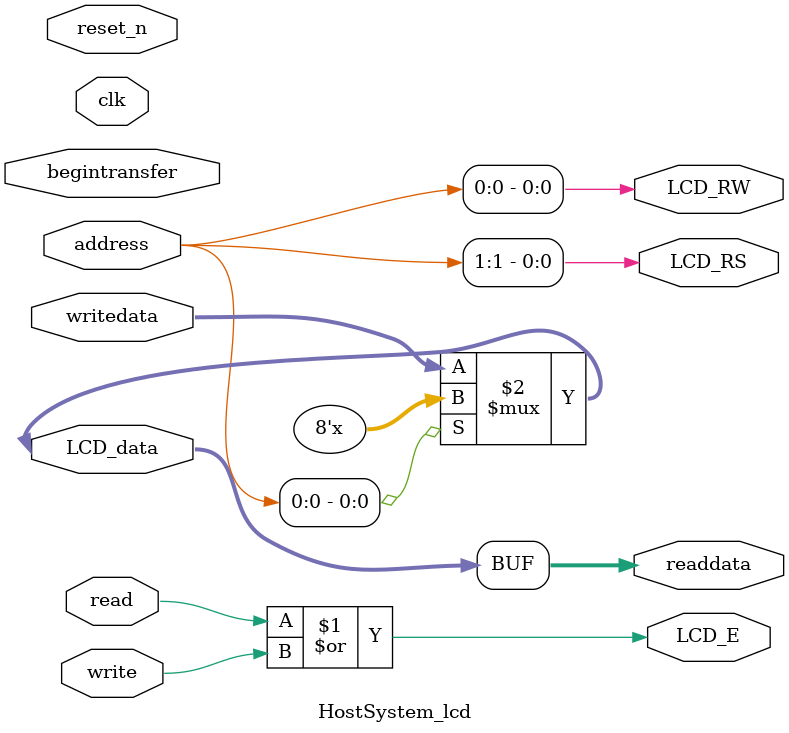
<source format=v>

`timescale 1ns / 1ps
// synthesis translate_on

// turn off superfluous verilog processor warnings 
// altera message_level Level1 
// altera message_off 10034 10035 10036 10037 10230 10240 10030 

module HostSystem_lcd (
                        // inputs:
                         address,
                         begintransfer,
                         clk,
                         read,
                         reset_n,
                         write,
                         writedata,

                        // outputs:
                         LCD_E,
                         LCD_RS,
                         LCD_RW,
                         LCD_data,
                         readdata
                      )
;

  output           LCD_E;
  output           LCD_RS;
  output           LCD_RW;
  inout   [  7: 0] LCD_data;
  output  [  7: 0] readdata;
  input   [  1: 0] address;
  input            begintransfer;
  input            clk;
  input            read;
  input            reset_n;
  input            write;
  input   [  7: 0] writedata;


wire             LCD_E;
wire             LCD_RS;
wire             LCD_RW;
wire    [  7: 0] LCD_data;
wire    [  7: 0] readdata;
  assign LCD_RW = address[0];
  assign LCD_RS = address[1];
  assign LCD_E = read | write;
  assign LCD_data = (address[0]) ? {8{1'bz}} : writedata;
  assign readdata = LCD_data;
  //control_slave, which is an e_avalon_slave

endmodule


</source>
